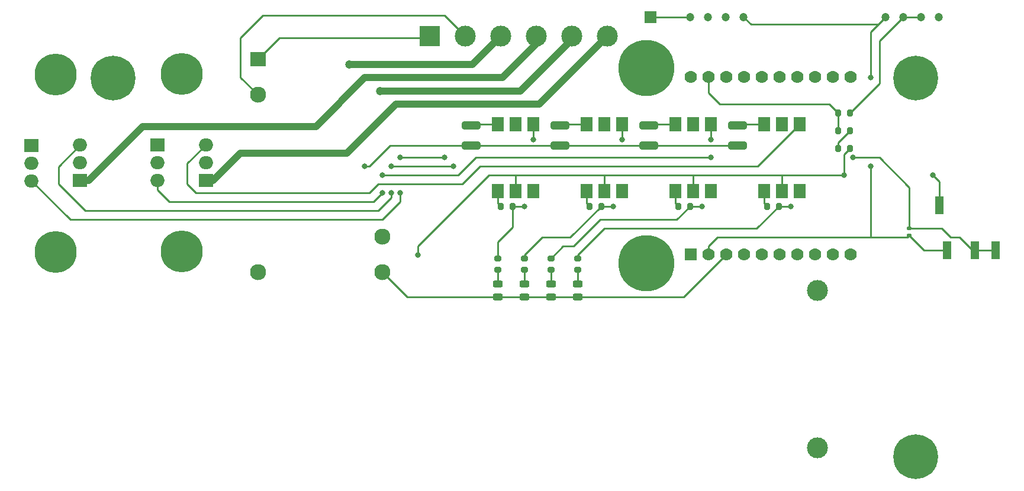
<source format=gbr>
%TF.GenerationSoftware,KiCad,Pcbnew,(7.0.0)*%
%TF.CreationDate,2024-01-27T17:52:15+01:00*%
%TF.ProjectId,bed-smart-plug,6265642d-736d-4617-9274-2d706c75672e,rev?*%
%TF.SameCoordinates,Original*%
%TF.FileFunction,Copper,L1,Top*%
%TF.FilePolarity,Positive*%
%FSLAX46Y46*%
G04 Gerber Fmt 4.6, Leading zero omitted, Abs format (unit mm)*
G04 Created by KiCad (PCBNEW (7.0.0)) date 2024-01-27 17:52:15*
%MOMM*%
%LPD*%
G01*
G04 APERTURE LIST*
G04 Aperture macros list*
%AMRoundRect*
0 Rectangle with rounded corners*
0 $1 Rounding radius*
0 $2 $3 $4 $5 $6 $7 $8 $9 X,Y pos of 4 corners*
0 Add a 4 corners polygon primitive as box body*
4,1,4,$2,$3,$4,$5,$6,$7,$8,$9,$2,$3,0*
0 Add four circle primitives for the rounded corners*
1,1,$1+$1,$2,$3*
1,1,$1+$1,$4,$5*
1,1,$1+$1,$6,$7*
1,1,$1+$1,$8,$9*
0 Add four rect primitives between the rounded corners*
20,1,$1+$1,$2,$3,$4,$5,0*
20,1,$1+$1,$4,$5,$6,$7,0*
20,1,$1+$1,$6,$7,$8,$9,0*
20,1,$1+$1,$8,$9,$2,$3,0*%
G04 Aperture macros list end*
%TA.AperFunction,ComponentPad*%
%ADD10C,6.000000*%
%TD*%
%TA.AperFunction,ComponentPad*%
%ADD11C,6.400000*%
%TD*%
%TA.AperFunction,SMDPad,CuDef*%
%ADD12RoundRect,0.243750X0.456250X-0.243750X0.456250X0.243750X-0.456250X0.243750X-0.456250X-0.243750X0*%
%TD*%
%TA.AperFunction,ComponentPad*%
%ADD13C,8.000000*%
%TD*%
%TA.AperFunction,SMDPad,CuDef*%
%ADD14R,1.780000X2.000000*%
%TD*%
%TA.AperFunction,ComponentPad*%
%ADD15C,3.000000*%
%TD*%
%TA.AperFunction,SMDPad,CuDef*%
%ADD16RoundRect,0.250000X1.075000X-0.312500X1.075000X0.312500X-1.075000X0.312500X-1.075000X-0.312500X0*%
%TD*%
%TA.AperFunction,ComponentPad*%
%ADD17O,2.000000X1.905000*%
%TD*%
%TA.AperFunction,ComponentPad*%
%ADD18R,2.000000X1.905000*%
%TD*%
%TA.AperFunction,ComponentPad*%
%ADD19R,1.700000X1.700000*%
%TD*%
%TA.AperFunction,SMDPad,CuDef*%
%ADD20RoundRect,0.200000X-0.200000X-0.275000X0.200000X-0.275000X0.200000X0.275000X-0.200000X0.275000X0*%
%TD*%
%TA.AperFunction,ComponentPad*%
%ADD21R,1.778000X1.778000*%
%TD*%
%TA.AperFunction,ComponentPad*%
%ADD22C,1.778000*%
%TD*%
%TA.AperFunction,ComponentPad*%
%ADD23C,1.200000*%
%TD*%
%TA.AperFunction,ComponentPad*%
%ADD24R,2.300000X2.000000*%
%TD*%
%TA.AperFunction,ComponentPad*%
%ADD25C,2.300000*%
%TD*%
%TA.AperFunction,SMDPad,CuDef*%
%ADD26R,1.200000X2.500000*%
%TD*%
%TA.AperFunction,ComponentPad*%
%ADD27R,3.000000X3.000000*%
%TD*%
%TA.AperFunction,SMDPad,CuDef*%
%ADD28RoundRect,0.200000X-0.275000X0.200000X-0.275000X-0.200000X0.275000X-0.200000X0.275000X0.200000X0*%
%TD*%
%TA.AperFunction,SMDPad,CuDef*%
%ADD29RoundRect,0.135000X0.185000X-0.135000X0.185000X0.135000X-0.185000X0.135000X-0.185000X-0.135000X0*%
%TD*%
%TA.AperFunction,ViaPad*%
%ADD30C,1.200000*%
%TD*%
%TA.AperFunction,ViaPad*%
%ADD31C,0.800000*%
%TD*%
%TA.AperFunction,Conductor*%
%ADD32C,0.250000*%
%TD*%
%TA.AperFunction,Conductor*%
%ADD33C,1.000000*%
%TD*%
G04 APERTURE END LIST*
D10*
%TO.P,HS1,1*%
%TO.N,N/C*%
X78995000Y-56660000D03*
X78995000Y-82060000D03*
%TD*%
D11*
%TO.P,,1*%
%TO.N,N/C*%
X201975000Y-57175000D03*
%TD*%
D12*
%TO.P,D2,1,K*%
%TO.N,GND*%
X146050000Y-88567500D03*
%TO.P,D2,2,A*%
%TO.N,Net-(D2-A)*%
X146050000Y-86692500D03*
%TD*%
D13*
%TO.P,,1*%
%TO.N,N/C*%
X163485000Y-83700000D03*
%TD*%
D14*
%TO.P,U5,1*%
%TO.N,Net-(R11-Pad1)*%
X167639999Y-73344999D03*
%TO.P,U5,2*%
%TO.N,GND*%
X170179999Y-73344999D03*
%TO.P,U5,3,NC*%
%TO.N,unconnected-(U5-NC-Pad3)*%
X172719999Y-73344999D03*
%TO.P,U5,4*%
%TO.N,Net-(Q3-G)*%
X172719999Y-63814999D03*
%TO.P,U5,5,NC*%
%TO.N,unconnected-(U5-NC-Pad5)*%
X170179999Y-63814999D03*
%TO.P,U5,6*%
%TO.N,Net-(R15-Pad2)*%
X167639999Y-63814999D03*
%TD*%
D15*
%TO.P,F1,1*%
%TO.N,LINE*%
X187960000Y-110130000D03*
%TO.P,F1,2*%
%TO.N,Net-(Q1-A2)*%
X187960000Y-87630000D03*
%TD*%
D16*
%TO.P,R16,1*%
%TO.N,Net-(Q1-A2)*%
X176530000Y-66867500D03*
%TO.P,R16,2*%
%TO.N,Net-(R16-Pad2)*%
X176530000Y-63942500D03*
%TD*%
D12*
%TO.P,D4,1,K*%
%TO.N,GND*%
X153670000Y-88567500D03*
%TO.P,D4,2,A*%
%TO.N,Net-(D4-A)*%
X153670000Y-86692500D03*
%TD*%
D11*
%TO.P,,1*%
%TO.N,N/C*%
X87225000Y-57175000D03*
%TD*%
D17*
%TO.P,Q3,3,G*%
%TO.N,Net-(Q3-G)*%
X93514999Y-71839999D03*
%TO.P,Q3,2,A2*%
%TO.N,Net-(Q1-A2)*%
X93514999Y-69299999D03*
D18*
%TO.P,Q3,1,A1*%
%TO.N,Net-(J2-Pin_5)*%
X93514999Y-66759999D03*
%TD*%
D13*
%TO.P,,1*%
%TO.N,N/C*%
X163485000Y-55760000D03*
%TD*%
D19*
%TO.P,AE1,1,A*%
%TO.N,Net-(AE1-A)*%
X164099999Y-48499999D03*
%TD*%
D20*
%TO.P,R10,1*%
%TO.N,Net-(R10-Pad1)*%
X155385000Y-75565000D03*
%TO.P,R10,2*%
%TO.N,Net-(U1-GPIO3)*%
X157035000Y-75565000D03*
%TD*%
D21*
%TO.P,U1,1,+5V*%
%TO.N,+5V*%
X169834999Y-82429999D03*
D22*
%TO.P,U1,2,+3.3V_(out)*%
%TO.N,+3V3*%
X172375000Y-82430000D03*
%TO.P,U1,3,GND*%
%TO.N,GND*%
X174915000Y-82430000D03*
%TO.P,U1,4,ESP_EN*%
%TO.N,unconnected-(U1-ESP_EN-Pad4)*%
X177455000Y-82430000D03*
%TO.P,U1,5,GPIO0*%
%TO.N,unconnected-(U1-GPIO0-Pad5)*%
X179995000Y-82430000D03*
%TO.P,U1,6,GPIO1*%
%TO.N,unconnected-(U1-GPIO1-Pad6)*%
X182535000Y-82430000D03*
%TO.P,U1,7,GPIO2*%
%TO.N,Net-(U1-GPIO2)*%
X185075000Y-82430000D03*
%TO.P,U1,8,GPIO3*%
%TO.N,Net-(U1-GPIO3)*%
X187615000Y-82430000D03*
%TO.P,U1,9,GPIO4*%
%TO.N,Net-(U1-GPIO4)*%
X190155000Y-82430000D03*
%TO.P,U1,10,GPIO5*%
%TO.N,Net-(U1-GPIO5)*%
X192695000Y-82430000D03*
%TO.P,U1,11,GPIO13*%
%TO.N,Net-(U1-GPIO13)*%
X192695000Y-57030000D03*
%TO.P,U1,12,GPIO14*%
%TO.N,unconnected-(U1-GPIO14-Pad12)*%
X190155000Y-57030000D03*
%TO.P,U1,13,GPIO15*%
%TO.N,unconnected-(U1-GPIO15-Pad13)*%
X187615000Y-57030000D03*
%TO.P,U1,14,GPIO16*%
%TO.N,unconnected-(U1-GPIO16-Pad14)*%
X185075000Y-57030000D03*
%TO.P,U1,15,GPIO32*%
%TO.N,unconnected-(U1-GPIO32-Pad15)*%
X182535000Y-57030000D03*
%TO.P,U1,16,GPIO33*%
%TO.N,unconnected-(U1-GPIO33-Pad16)*%
X179995000Y-57030000D03*
%TO.P,U1,17,GPIO34*%
%TO.N,unconnected-(U1-GPIO34-Pad17)*%
X177455000Y-57030000D03*
%TO.P,U1,18,GPIO35*%
%TO.N,unconnected-(U1-GPIO35-Pad18)*%
X174915000Y-57030000D03*
%TO.P,U1,19,GPIO36*%
%TO.N,Net-(U1-GPIO36)*%
X172375000Y-57030000D03*
%TO.P,U1,20,GPIO39*%
%TO.N,unconnected-(U1-GPIO39-Pad20)*%
X169835000Y-57030000D03*
%TD*%
D17*
%TO.P,Q4,3,G*%
%TO.N,Net-(Q4-G)*%
X100449999Y-66749999D03*
%TO.P,Q4,2,A2*%
%TO.N,Net-(Q1-A2)*%
X100449999Y-69289999D03*
D18*
%TO.P,Q4,1,A1*%
%TO.N,Net-(J2-Pin_6)*%
X100449999Y-71829999D03*
%TD*%
D12*
%TO.P,D1,1,K*%
%TO.N,GND*%
X142240000Y-88567500D03*
%TO.P,D1,2,A*%
%TO.N,Net-(D1-A)*%
X142240000Y-86692500D03*
%TD*%
D23*
%TO.P,U2,1,Antenna*%
%TO.N,Net-(AE1-A)*%
X169780000Y-48500000D03*
%TO.P,U2,2,GND*%
%TO.N,GND*%
X172320000Y-48500000D03*
%TO.P,U2,3,GND*%
X174860000Y-48500000D03*
%TO.P,U2,4,VCC*%
%TO.N,+3V3*%
X177400000Y-48500000D03*
%TO.P,U2,5,VCC*%
X197720000Y-48500000D03*
%TO.P,U2,6,DATA*%
%TO.N,Net-(R2-Pad2)*%
X200260000Y-48500000D03*
%TO.P,U2,7,DATA*%
X202800000Y-48500000D03*
%TO.P,U2,8,GND*%
%TO.N,GND*%
X205340000Y-48500000D03*
%TD*%
D24*
%TO.P,PS1,1,AC/L*%
%TO.N,LINE*%
X107899999Y-54519999D03*
D25*
%TO.P,PS1,3,AC/N*%
%TO.N,NEUT*%
X107900000Y-59600000D03*
%TO.P,PS1,5,NC*%
%TO.N,unconnected-(PS1-NC-Pad5)*%
X107900000Y-85000000D03*
%TO.P,PS1,14,-Vo*%
%TO.N,GND*%
X125680000Y-85000000D03*
%TO.P,PS1,16,+Vo*%
%TO.N,+5V*%
X125680000Y-79920000D03*
%TD*%
D16*
%TO.P,R15,1*%
%TO.N,Net-(Q1-A2)*%
X163830000Y-66867500D03*
%TO.P,R15,2*%
%TO.N,Net-(R15-Pad2)*%
X163830000Y-63942500D03*
%TD*%
D14*
%TO.P,U6,1*%
%TO.N,Net-(R12-Pad1)*%
X180339999Y-73344999D03*
%TO.P,U6,2*%
%TO.N,GND*%
X182879999Y-73344999D03*
%TO.P,U6,3,NC*%
%TO.N,unconnected-(U6-NC-Pad3)*%
X185419999Y-73344999D03*
%TO.P,U6,4*%
%TO.N,Net-(Q4-G)*%
X185419999Y-63814999D03*
%TO.P,U6,5,NC*%
%TO.N,unconnected-(U6-NC-Pad5)*%
X182879999Y-63814999D03*
%TO.P,U6,6*%
%TO.N,Net-(R16-Pad2)*%
X180339999Y-63814999D03*
%TD*%
D26*
%TO.P,J1,R1*%
%TO.N,Net-(U1-GPIO13)*%
X210462999Y-81869999D03*
%TO.P,J1,R2*%
X213462999Y-81869999D03*
%TO.P,J1,S*%
%TO.N,GND*%
X205362999Y-75369999D03*
%TO.P,J1,T*%
%TO.N,+3V3*%
X206462999Y-81869999D03*
%TD*%
D27*
%TO.P,J2,1,Pin_1*%
%TO.N,LINE*%
X132479999Y-51199999D03*
D15*
%TO.P,J2,2,Pin_2*%
%TO.N,NEUT*%
X137560000Y-51200000D03*
%TO.P,J2,3,Pin_3*%
%TO.N,Net-(J2-Pin_3)*%
X142640000Y-51200000D03*
%TO.P,J2,4,Pin_4*%
%TO.N,Net-(J2-Pin_4)*%
X147720000Y-51200000D03*
%TO.P,J2,5,Pin_5*%
%TO.N,Net-(J2-Pin_5)*%
X152800000Y-51200000D03*
%TO.P,J2,6,Pin_6*%
%TO.N,Net-(J2-Pin_6)*%
X157880000Y-51200000D03*
%TD*%
D10*
%TO.P,HS2,1*%
%TO.N,N/C*%
X97000000Y-82000000D03*
X97000000Y-56600000D03*
%TD*%
D28*
%TO.P,R7,1*%
%TO.N,Net-(U1-GPIO4)*%
X149860000Y-82995000D03*
%TO.P,R7,2*%
%TO.N,Net-(D3-A)*%
X149860000Y-84645000D03*
%TD*%
%TO.P,R5,1*%
%TO.N,Net-(U1-GPIO2)*%
X142240000Y-82995000D03*
%TO.P,R5,2*%
%TO.N,Net-(D1-A)*%
X142240000Y-84645000D03*
%TD*%
D20*
%TO.P,R11,1*%
%TO.N,Net-(R11-Pad1)*%
X168085000Y-75565000D03*
%TO.P,R11,2*%
%TO.N,Net-(U1-GPIO4)*%
X169735000Y-75565000D03*
%TD*%
%TO.P,R12,2*%
%TO.N,Net-(U1-GPIO5)*%
X182435000Y-75565000D03*
%TO.P,R12,1*%
%TO.N,Net-(R12-Pad1)*%
X180785000Y-75565000D03*
%TD*%
D16*
%TO.P,R13,1*%
%TO.N,Net-(Q1-A2)*%
X138430000Y-66867500D03*
%TO.P,R13,2*%
%TO.N,Net-(R13-Pad2)*%
X138430000Y-63942500D03*
%TD*%
D29*
%TO.P,R1,1*%
%TO.N,+3V3*%
X201100000Y-79760000D03*
%TO.P,R1,2*%
%TO.N,Net-(U1-GPIO13)*%
X201100000Y-78740000D03*
%TD*%
D20*
%TO.P,R2,1*%
%TO.N,Net-(U1-GPIO36)*%
X190945000Y-62230000D03*
%TO.P,R2,2*%
%TO.N,Net-(R2-Pad2)*%
X192595000Y-62230000D03*
%TD*%
D14*
%TO.P,U3,1*%
%TO.N,Net-(R9-Pad1)*%
X142239999Y-73344999D03*
%TO.P,U3,2*%
%TO.N,GND*%
X144779999Y-73344999D03*
%TO.P,U3,3,NC*%
%TO.N,unconnected-(U3-NC-Pad3)*%
X147319999Y-73344999D03*
%TO.P,U3,4*%
%TO.N,Net-(Q1-G)*%
X147319999Y-63814999D03*
%TO.P,U3,5,NC*%
%TO.N,unconnected-(U3-NC-Pad5)*%
X144779999Y-63814999D03*
%TO.P,U3,6*%
%TO.N,Net-(R13-Pad2)*%
X142239999Y-63814999D03*
%TD*%
%TO.P,U4,1*%
%TO.N,Net-(R10-Pad1)*%
X154939999Y-73344999D03*
%TO.P,U4,2*%
%TO.N,GND*%
X157479999Y-73344999D03*
%TO.P,U4,3,NC*%
%TO.N,unconnected-(U4-NC-Pad3)*%
X160019999Y-73344999D03*
%TO.P,U4,4*%
%TO.N,Net-(Q2-G)*%
X160019999Y-63814999D03*
%TO.P,U4,5,NC*%
%TO.N,unconnected-(U4-NC-Pad5)*%
X157479999Y-63814999D03*
%TO.P,U4,6*%
%TO.N,Net-(R14-Pad2)*%
X154939999Y-63814999D03*
%TD*%
D11*
%TO.P,,1*%
%TO.N,N/C*%
X201975000Y-111425000D03*
%TD*%
D20*
%TO.P,R4,1*%
%TO.N,Net-(R3-Pad2)*%
X190945000Y-67310000D03*
%TO.P,R4,2*%
%TO.N,GND*%
X192595000Y-67310000D03*
%TD*%
%TO.P,R3,1*%
%TO.N,Net-(U1-GPIO36)*%
X190945000Y-64770000D03*
%TO.P,R3,2*%
%TO.N,Net-(R3-Pad2)*%
X192595000Y-64770000D03*
%TD*%
D16*
%TO.P,R14,1*%
%TO.N,Net-(Q1-A2)*%
X151130000Y-66867500D03*
%TO.P,R14,2*%
%TO.N,Net-(R14-Pad2)*%
X151130000Y-63942500D03*
%TD*%
D20*
%TO.P,R9,1*%
%TO.N,Net-(R9-Pad1)*%
X142685000Y-75565000D03*
%TO.P,R9,2*%
%TO.N,Net-(U1-GPIO2)*%
X144335000Y-75565000D03*
%TD*%
D12*
%TO.P,D3,1,K*%
%TO.N,GND*%
X149860000Y-88567500D03*
%TO.P,D3,2,A*%
%TO.N,Net-(D3-A)*%
X149860000Y-86692500D03*
%TD*%
D28*
%TO.P,R8,1*%
%TO.N,Net-(U1-GPIO5)*%
X153670000Y-82995000D03*
%TO.P,R8,2*%
%TO.N,Net-(D4-A)*%
X153670000Y-84645000D03*
%TD*%
%TO.P,R6,1*%
%TO.N,Net-(U1-GPIO3)*%
X146050000Y-82995000D03*
%TO.P,R6,2*%
%TO.N,Net-(D2-A)*%
X146050000Y-84645000D03*
%TD*%
D18*
%TO.P,Q2,1,A1*%
%TO.N,Net-(J2-Pin_4)*%
X82444999Y-71889999D03*
D17*
%TO.P,Q2,2,A2*%
%TO.N,Net-(Q1-A2)*%
X82444999Y-69349999D03*
%TO.P,Q2,3,G*%
%TO.N,Net-(Q2-G)*%
X82444999Y-66809999D03*
%TD*%
D18*
%TO.P,Q1,1,A1*%
%TO.N,Net-(J2-Pin_3)*%
X75509999Y-66819999D03*
D17*
%TO.P,Q1,2,A2*%
%TO.N,Net-(Q1-A2)*%
X75509999Y-69359999D03*
%TO.P,Q1,3,G*%
%TO.N,Net-(Q1-G)*%
X75509999Y-71899999D03*
%TD*%
D30*
%TO.N,Net-(J2-Pin_5)*%
X125412500Y-59055000D03*
%TO.N,Net-(J2-Pin_3)*%
X120967500Y-55245000D03*
D31*
%TO.N,Net-(U1-GPIO5)*%
X184150000Y-75565000D03*
%TO.N,Net-(U1-GPIO2)*%
X146050000Y-75565000D03*
%TO.N,Net-(U1-GPIO3)*%
X158750000Y-75565000D03*
%TO.N,Net-(U1-GPIO4)*%
X171450000Y-75565000D03*
%TO.N,GND*%
X130810000Y-82550000D03*
%TO.N,Net-(Q3-G)*%
X125730000Y-71120000D03*
X125730000Y-73660000D03*
%TO.N,Net-(Q2-G)*%
X127000000Y-73660000D03*
X127000000Y-69850000D03*
%TO.N,Net-(Q1-G)*%
X128270000Y-73660000D03*
X128270000Y-68580000D03*
%TO.N,Net-(Q2-G)*%
X135890000Y-69850000D03*
%TO.N,Net-(Q1-G)*%
X134620000Y-68580000D03*
%TO.N,Net-(Q3-G)*%
X172720000Y-68580000D03*
X172720000Y-66040000D03*
%TO.N,Net-(Q2-G)*%
X160020000Y-66040000D03*
%TO.N,Net-(Q1-G)*%
X147320000Y-66040000D03*
%TO.N,Net-(Q1-A2)*%
X123190000Y-69850000D03*
%TO.N,GND*%
X204470000Y-71120000D03*
X191770000Y-71120000D03*
%TO.N,+3V3*%
X195580000Y-69850000D03*
X195580000Y-57150000D03*
%TO.N,Net-(U1-GPIO13)*%
X193040000Y-68580000D03*
%TD*%
D32*
%TO.N,GND*%
X168777500Y-88567500D02*
X153670000Y-88567500D01*
X174915000Y-82430000D02*
X168777500Y-88567500D01*
D33*
%TO.N,Net-(J2-Pin_5)*%
X145415000Y-59055000D02*
X152800000Y-51670000D01*
X125412500Y-59055000D02*
X145415000Y-59055000D01*
X152800000Y-51670000D02*
X152800000Y-51200000D01*
%TO.N,Net-(J2-Pin_6)*%
X105410000Y-67945000D02*
X101525000Y-71830000D01*
X127635000Y-60960000D02*
X120650000Y-67945000D01*
X148120000Y-60960000D02*
X127635000Y-60960000D01*
X120650000Y-67945000D02*
X105410000Y-67945000D01*
X157880000Y-51200000D02*
X148120000Y-60960000D01*
X101525000Y-71830000D02*
X100450000Y-71830000D01*
%TO.N,Net-(J2-Pin_4)*%
X83685000Y-71890000D02*
X82445000Y-71890000D01*
X91440000Y-64135000D02*
X83685000Y-71890000D01*
X142875000Y-57150000D02*
X123190000Y-57150000D01*
X123190000Y-57150000D02*
X116205000Y-64135000D01*
X147720000Y-52305000D02*
X142875000Y-57150000D01*
X116205000Y-64135000D02*
X91440000Y-64135000D01*
X147720000Y-51200000D02*
X147720000Y-52305000D01*
%TO.N,Net-(J2-Pin_3)*%
X120967500Y-55245000D02*
X138595000Y-55245000D01*
X138595000Y-55245000D02*
X142640000Y-51200000D01*
D32*
%TO.N,Net-(U1-GPIO5)*%
X157480000Y-78740000D02*
X153670000Y-82550000D01*
X179260000Y-78740000D02*
X157480000Y-78740000D01*
X182435000Y-75565000D02*
X179260000Y-78740000D01*
X153670000Y-82550000D02*
X153670000Y-82995000D01*
%TO.N,Net-(U1-GPIO4)*%
X153035000Y-81280000D02*
X151575000Y-81280000D01*
X151575000Y-81280000D02*
X149860000Y-82995000D01*
X156845000Y-77470000D02*
X153035000Y-81280000D01*
X169735000Y-75565000D02*
X167830000Y-77470000D01*
X167830000Y-77470000D02*
X156845000Y-77470000D01*
%TO.N,Net-(U1-GPIO5)*%
X184150000Y-75565000D02*
X182435000Y-75565000D01*
%TO.N,Net-(U1-GPIO3)*%
X148590000Y-80010000D02*
X152590000Y-80010000D01*
X152590000Y-80010000D02*
X157035000Y-75565000D01*
X146050000Y-82550000D02*
X148590000Y-80010000D01*
X146050000Y-82995000D02*
X146050000Y-82550000D01*
%TO.N,Net-(U1-GPIO2)*%
X146050000Y-75565000D02*
X144335000Y-75565000D01*
%TO.N,Net-(U1-GPIO3)*%
X158750000Y-75565000D02*
X157035000Y-75565000D01*
%TO.N,Net-(U1-GPIO4)*%
X171450000Y-75565000D02*
X169735000Y-75565000D01*
%TO.N,Net-(U1-GPIO2)*%
X144335000Y-78550000D02*
X144335000Y-75565000D01*
X142240000Y-80645000D02*
X144335000Y-78550000D01*
X142240000Y-82995000D02*
X142240000Y-80645000D01*
%TO.N,GND*%
X144780000Y-71120000D02*
X140970000Y-71120000D01*
X144780000Y-73345000D02*
X144780000Y-71120000D01*
X144780000Y-71120000D02*
X191770000Y-71120000D01*
X130810000Y-81280000D02*
X130810000Y-82550000D01*
X130810000Y-81280000D02*
X140970000Y-71120000D01*
%TO.N,Net-(R9-Pad1)*%
X142240000Y-73345000D02*
X142240000Y-75120000D01*
X142240000Y-75120000D02*
X142685000Y-75565000D01*
%TO.N,Net-(R10-Pad1)*%
X154940000Y-75120000D02*
X155385000Y-75565000D01*
X154940000Y-73345000D02*
X154940000Y-75120000D01*
%TO.N,Net-(R12-Pad1)*%
X180340000Y-75120000D02*
X180785000Y-75565000D01*
X180340000Y-73345000D02*
X180340000Y-75120000D01*
%TO.N,Net-(R11-Pad1)*%
X167640000Y-75120000D02*
X168085000Y-75565000D01*
X167640000Y-73345000D02*
X167640000Y-75120000D01*
%TO.N,Net-(Q4-G)*%
X97790000Y-69410000D02*
X100450000Y-66750000D01*
X99060000Y-73660000D02*
X97790000Y-72390000D01*
X97790000Y-72390000D02*
X97790000Y-69410000D01*
X123825000Y-73660000D02*
X99060000Y-73660000D01*
X125095000Y-72390000D02*
X123825000Y-73660000D01*
X137160000Y-72390000D02*
X125095000Y-72390000D01*
X139700000Y-69850000D02*
X137160000Y-72390000D01*
X179385000Y-69850000D02*
X139700000Y-69850000D01*
X185420000Y-63815000D02*
X179385000Y-69850000D01*
%TO.N,Net-(Q3-G)*%
X93515000Y-73195000D02*
X93515000Y-71840000D01*
X124460000Y-74930000D02*
X95250000Y-74930000D01*
X125730000Y-73660000D02*
X124460000Y-74930000D01*
X95250000Y-74930000D02*
X93515000Y-73195000D01*
X125730000Y-71120000D02*
X136525000Y-71120000D01*
%TO.N,Net-(Q2-G)*%
X79375000Y-69880000D02*
X82445000Y-66810000D01*
X79375000Y-72390000D02*
X79375000Y-69880000D01*
X83185000Y-76200000D02*
X79375000Y-72390000D01*
X125095000Y-76200000D02*
X83185000Y-76200000D01*
X127000000Y-73660000D02*
X127000000Y-74295000D01*
X127000000Y-74295000D02*
X125095000Y-76200000D01*
X127000000Y-69850000D02*
X135890000Y-69850000D01*
%TO.N,Net-(Q1-G)*%
X81080000Y-77470000D02*
X125730000Y-77470000D01*
X128270000Y-74930000D02*
X125730000Y-77470000D01*
X128270000Y-73660000D02*
X128270000Y-74930000D01*
X128270000Y-68580000D02*
X134620000Y-68580000D01*
%TO.N,Net-(Q3-G)*%
X139065000Y-68580000D02*
X136525000Y-71120000D01*
X139065000Y-68580000D02*
X172720000Y-68580000D01*
X172720000Y-63815000D02*
X172720000Y-66040000D01*
%TO.N,Net-(Q2-G)*%
X160020000Y-63815000D02*
X160020000Y-66040000D01*
%TO.N,Net-(Q1-G)*%
X147320000Y-63815000D02*
X147320000Y-66040000D01*
X75510000Y-71900000D02*
X81080000Y-77470000D01*
%TO.N,Net-(Q1-A2)*%
X126807500Y-66867500D02*
X123825000Y-69850000D01*
X123825000Y-69850000D02*
X123190000Y-69850000D01*
X138430000Y-66867500D02*
X126807500Y-66867500D01*
X151130000Y-66867500D02*
X163830000Y-66867500D01*
X138430000Y-66867500D02*
X151130000Y-66867500D01*
X176530000Y-66867500D02*
X163830000Y-66867500D01*
%TO.N,Net-(R13-Pad2)*%
X138557500Y-63815000D02*
X142240000Y-63815000D01*
X138430000Y-63942500D02*
X138557500Y-63815000D01*
%TO.N,Net-(R14-Pad2)*%
X151257500Y-63815000D02*
X154940000Y-63815000D01*
X151130000Y-63942500D02*
X151257500Y-63815000D01*
%TO.N,Net-(R16-Pad2)*%
X176657500Y-63815000D02*
X180340000Y-63815000D01*
X176530000Y-63942500D02*
X176657500Y-63815000D01*
%TO.N,Net-(R15-Pad2)*%
X163957500Y-63815000D02*
X167640000Y-63815000D01*
X163830000Y-63942500D02*
X163957500Y-63815000D01*
%TO.N,Net-(AE1-A)*%
X169780000Y-48500000D02*
X164100000Y-48500000D01*
%TO.N,Net-(D2-A)*%
X146050000Y-86692500D02*
X146050000Y-84645000D01*
%TO.N,Net-(D3-A)*%
X149860000Y-86692500D02*
X149860000Y-84645000D01*
%TO.N,Net-(D4-A)*%
X153670000Y-86692500D02*
X153670000Y-84645000D01*
%TO.N,GND*%
X191770000Y-68135000D02*
X191770000Y-71120000D01*
X146050000Y-88567500D02*
X149860000Y-88567500D01*
X142240000Y-88567500D02*
X146050000Y-88567500D01*
X129247500Y-88567500D02*
X125680000Y-85000000D01*
X142240000Y-88567500D02*
X129247500Y-88567500D01*
X204470000Y-71120000D02*
X205363000Y-72013000D01*
X149860000Y-88567500D02*
X153670000Y-88567500D01*
X192595000Y-67310000D02*
X191770000Y-68135000D01*
X205363000Y-72013000D02*
X205363000Y-75370000D01*
X182880000Y-71120000D02*
X182880000Y-73345000D01*
X170180000Y-73345000D02*
X170180000Y-71120000D01*
X157480000Y-71120000D02*
X157480000Y-73345000D01*
%TO.N,Net-(D1-A)*%
X142240000Y-86692500D02*
X142240000Y-84645000D01*
%TO.N,LINE*%
X132080000Y-51435000D02*
X132315000Y-51200000D01*
X107900000Y-54520000D02*
X110985000Y-51435000D01*
X132315000Y-51200000D02*
X132480000Y-51200000D01*
X110985000Y-51435000D02*
X132080000Y-51435000D01*
%TO.N,+3V3*%
X195580000Y-80010000D02*
X200850000Y-80010000D01*
X195580000Y-69850000D02*
X195580000Y-80010000D01*
X200850000Y-80010000D02*
X201100000Y-79760000D01*
X173645000Y-80010000D02*
X195580000Y-80010000D01*
X195580000Y-50640000D02*
X195580000Y-57150000D01*
X177400000Y-48500000D02*
X178430000Y-49530000D01*
X172375000Y-82430000D02*
X172375000Y-81280000D01*
X178430000Y-49530000D02*
X196690000Y-49530000D01*
X201100000Y-79760000D02*
X203210000Y-81870000D01*
X196690000Y-49530000D02*
X197720000Y-48500000D01*
X172375000Y-81280000D02*
X173645000Y-80010000D01*
X203210000Y-81870000D02*
X206463000Y-81870000D01*
X196690000Y-49530000D02*
X195580000Y-50640000D01*
%TO.N,Net-(U1-GPIO13)*%
X205740000Y-78740000D02*
X201100000Y-78740000D01*
X207010000Y-80010000D02*
X205740000Y-78740000D01*
X213463000Y-81870000D02*
X210463000Y-81870000D01*
X196850000Y-68580000D02*
X201100000Y-72830000D01*
X210140000Y-81870000D02*
X208280000Y-80010000D01*
X210463000Y-81870000D02*
X210140000Y-81870000D01*
X208280000Y-80010000D02*
X207010000Y-80010000D01*
X193040000Y-68580000D02*
X196850000Y-68580000D01*
X201100000Y-72830000D02*
X201100000Y-78740000D01*
%TO.N,NEUT*%
X105410000Y-57110000D02*
X105410000Y-51435000D01*
X134620000Y-48260000D02*
X137560000Y-51200000D01*
X108585000Y-48260000D02*
X134620000Y-48260000D01*
X105410000Y-51435000D02*
X108585000Y-48260000D01*
X107900000Y-59600000D02*
X105410000Y-57110000D01*
%TO.N,Net-(U1-GPIO36)*%
X172375000Y-57030000D02*
X172375000Y-59345000D01*
X189675000Y-60960000D02*
X190945000Y-62230000D01*
X173990000Y-60960000D02*
X189675000Y-60960000D01*
X190945000Y-62230000D02*
X190945000Y-64770000D01*
X172375000Y-59345000D02*
X173990000Y-60960000D01*
%TO.N,Net-(R2-Pad2)*%
X202800000Y-48500000D02*
X200260000Y-48500000D01*
X196850000Y-57975000D02*
X192595000Y-62230000D01*
X196850000Y-51910000D02*
X196850000Y-57975000D01*
X200260000Y-48500000D02*
X196850000Y-51910000D01*
%TO.N,Net-(R3-Pad2)*%
X190945000Y-66420000D02*
X192595000Y-64770000D01*
X190945000Y-67310000D02*
X190945000Y-66420000D01*
%TD*%
M02*

</source>
